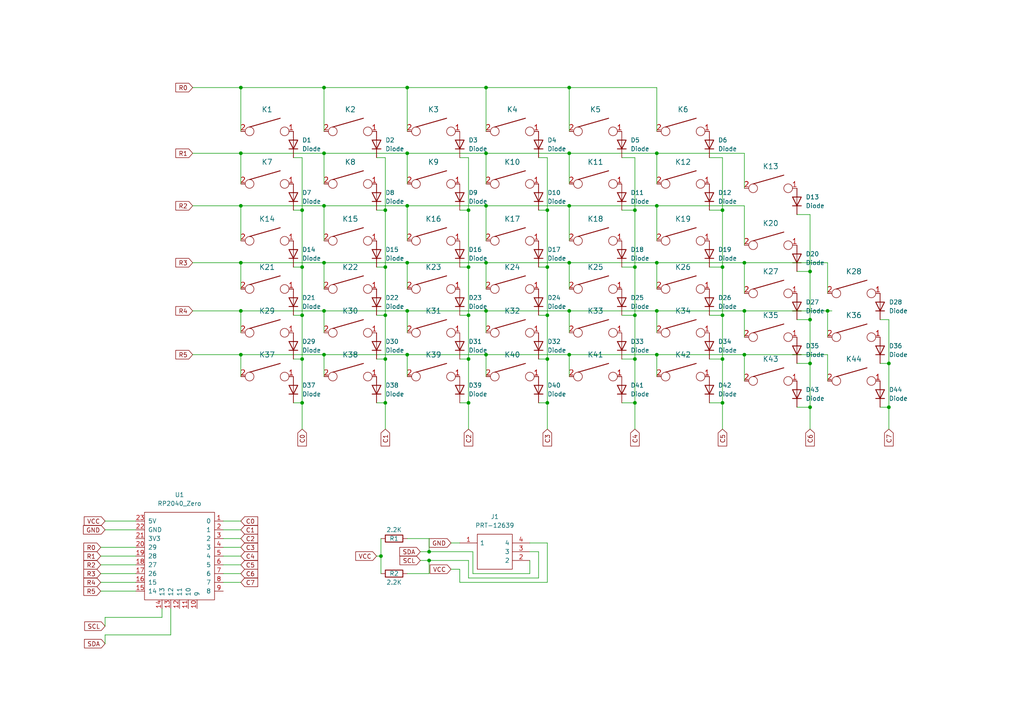
<source format=kicad_sch>
(kicad_sch (version 20230121) (generator eeschema)
  (paper "A4")
  (title_block (title "vbdox") (rev "v27") (company "VB inc."))
  (lib_symbols
    (symbol "Device:R" (pin_numbers hide) (pin_names (offset 0))
      (property "Reference" "R" (at 2.032 0 90))
      (property "Value" "R" (at 0 0 90))
      (symbol "R_0_1"
        (rectangle (start -1.016 -2.54) (end 1.016 2.54) (stroke (width 0.254)))
      )
      (symbol "R_1_1"
        (pin passive line (at 0 3.81 270) (length 1.27) (name "~") (number "1"))
        (pin passive line (at 0 -3.81 90) (length 1.27) (name "~") (number "2"))
      )
    )
    (symbol "Kailh_socket_MX_reversible:KEYSW" (pin_names (offset 1.016))
      (property "Reference" "K7" (at 0 5.08 0))
      (symbol "KEYSW_0_1"
        (circle (center -5.08 0) (radius 1.27))
        (polyline (pts (xy -5.08 1.27) (xy 3.81 3.81)) (stroke (width 0.254)))
        (circle (center 5.08 0) (radius 1.27))
      )
      (symbol "KEYSW_1_1"
        (pin passive line (at 7.62 0 180) (length 1.27) (name "~") (number "1"))
        (pin passive line (at -7.62 0 0) (length 1.27) (name "~") (number "2"))
      )
    )
    (symbol "PRT-12639:PRT-12639" (pin_names (offset 0.762))
      (property "Reference" "J" (at 16.51 7.62 0))
      (property "Value" "PRT-12639" (at 16.51 5.08 0))
      (symbol "PRT-12639_0_0"
        (pin passive line (at 0 0 0) (length 5.08) (name "1") (number "1"))
        (pin passive line (at 20.32 -5.08 180) (length 5.08) (name "2") (number "2"))
        (pin passive line (at 20.32 -2.54 180) (length 5.08) (name "3") (number "3"))
        (pin passive line (at 20.32 0 180) (length 5.08) (name "4") (number "4"))
      )
      (symbol "PRT-12639_0_1"
        (polyline (pts (xy 5.08 2.54) (xy 15.24 2.54) (xy 15.24 -7.62) (xy 5.08 -7.62) (xy 5.08 2.54)) (stroke (width 0.1524)))
      )
    )
    (symbol "ScottoKeebs:MCU_RP2040_Zero" (pin_names (offset 1.016))
      (property "Reference" "U" (at 0 15.24 0))
      (property "Value" "RP2040_Zero" (at 0 12.7 0))
      (symbol "MCU_RP2040_Zero_0_1"
        (rectangle (start -10.16 11.43) (end 10.16 -13.97))
      )
      (symbol "MCU_RP2040_Zero_1_1"
        (pin bidirectional line (at 12.7 8.89 180) (length 2.54) (name "0") (number "1"))
        (pin bidirectional line (at 5.08 -16.51 90) (length 2.54) (name "9") (number "10"))
        (pin bidirectional line (at 2.54 -16.51 90) (length 2.54) (name "10") (number "11"))
        (pin bidirectional line (at 0 -16.51 90) (length 2.54) (name "11") (number "12"))
        (pin bidirectional line (at -2.54 -16.51 90) (length 2.54) (name "12") (number "13"))
        (pin bidirectional line (at -5.08 -16.51 90) (length 2.54) (name "13") (number "14"))
        (pin bidirectional line (at -12.7 -11.43 0) (length 2.54) (name "14") (number "15"))
        (pin bidirectional line (at -12.7 -8.89 0) (length 2.54) (name "15") (number "16"))
        (pin bidirectional line (at -12.7 -6.35 0) (length 2.54) (name "26") (number "17"))
        (pin bidirectional line (at -12.7 -3.81 0) (length 2.54) (name "27") (number "18"))
        (pin bidirectional line (at -12.7 -1.27 0) (length 2.54) (name "28") (number "19"))
        (pin bidirectional line (at 12.7 6.35 180) (length 2.54) (name "1") (number "2"))
        (pin bidirectional line (at -12.7 1.27 0) (length 2.54) (name "29") (number "20"))
        (pin power_out line (at -12.7 3.81 0) (length 2.54) (name "3V3") (number "21"))
        (pin power_out line (at -12.7 6.35 0) (length 2.54) (name "GND") (number "22"))
        (pin power_out line (at -12.7 8.89 0) (length 2.54) (name "5V") (number "23"))
        (pin bidirectional line (at 12.7 3.81 180) (length 2.54) (name "2") (number "3"))
        (pin bidirectional line (at 12.7 1.27 180) (length 2.54) (name "3") (number "4"))
        (pin bidirectional line (at 12.7 -1.27 180) (length 2.54) (name "4") (number "5"))
        (pin bidirectional line (at 12.7 -3.81 180) (length 2.54) (name "5") (number "6"))
        (pin bidirectional line (at 12.7 -6.35 180) (length 2.54) (name "6") (number "7"))
        (pin bidirectional line (at 12.7 -8.89 180) (length 2.54) (name "7") (number "8"))
        (pin bidirectional line (at 12.7 -11.43 180) (length 2.54) (name "8") (number "9"))
      )
    )
    (symbol "ScottoKeebs:Placeholder_Diode" (pin_numbers hide) (pin_names hide)
      (property "Reference" "D" (at 0 2.54 0))
      (property "Value" "Diode" (at 0 -2.54 0))
      (symbol "Placeholder_Diode_0_1"
        (polyline (pts (xy -1.27 1.27) (xy -1.27 -1.27)) (stroke (width 0.254)))
        (polyline (pts (xy 1.27 0) (xy -1.27 0)))
        (polyline (pts (xy 1.27 1.27) (xy 1.27 -1.27) (xy -1.27 0) (xy 1.27 1.27)) (stroke (width 0.254)))
      )
      (symbol "Placeholder_Diode_1_1"
        (pin passive line (at -3.81 0 0) (length 2.54) (name "K") (number "1"))
        (pin passive line (at 3.81 0 180) (length 2.54) (name "A") (number "2"))
      )
    )
  )
  (junction (at 209.55 77.47))
  (junction (at 140.97 25.4))
  (junction (at 209.55 104.14))
  (junction (at 135.89 116.84))
  (junction (at 184.15 116.84))
  (junction (at 135.89 91.44))
  (junction (at 257.81 105.41))
  (junction (at 184.15 77.47))
  (junction (at 234.95 118.11))
  (junction (at 158.75 77.47))
  (junction (at 165.1 59.69))
  (junction (at 69.85 59.69))
  (junction (at 118.11 25.4))
  (junction (at 111.76 91.44))
  (junction (at 165.1 25.4))
  (junction (at 190.5 44.45))
  (junction (at 240.03 90.17))
  (junction (at 184.15 91.44))
  (junction (at 190.5 90.17))
  (junction (at 158.75 60.96))
  (junction (at 165.1 90.17))
  (junction (at 215.9 102.87))
  (junction (at 184.15 104.14))
  (junction (at 135.89 77.47))
  (junction (at 111.76 60.96))
  (junction (at 69.85 76.2))
  (junction (at 110.49 161.29))
  (junction (at 87.63 91.44))
  (junction (at 118.11 76.2))
  (junction (at 190.5 102.87))
  (junction (at 140.97 59.69))
  (junction (at 135.89 60.96))
  (junction (at 190.5 59.69))
  (junction (at 257.81 118.11))
  (junction (at 234.95 105.41))
  (junction (at 93.98 59.69))
  (junction (at 93.98 44.45))
  (junction (at 118.11 102.87))
  (junction (at 87.63 77.47))
  (junction (at 69.85 25.4))
  (junction (at 93.98 90.17))
  (junction (at 140.97 76.2))
  (junction (at 111.76 104.14))
  (junction (at 165.1 102.87))
  (junction (at 93.98 76.2))
  (junction (at 69.85 44.45))
  (junction (at 209.55 91.44))
  (junction (at 111.76 116.84))
  (junction (at 140.97 102.87))
  (junction (at 209.55 60.96))
  (junction (at 69.85 90.17))
  (junction (at 215.9 90.17))
  (junction (at 69.85 102.87))
  (junction (at 111.76 77.47))
  (junction (at 87.63 104.14))
  (junction (at 158.75 104.14))
  (junction (at 93.98 102.87))
  (junction (at 87.63 116.84))
  (junction (at 184.15 60.96))
  (junction (at 124.46 160.02))
  (junction (at 93.98 25.4))
  (junction (at 118.11 44.45))
  (junction (at 209.55 116.84))
  (junction (at 165.1 44.45))
  (junction (at 234.95 78.74))
  (junction (at 158.75 91.44))
  (junction (at 234.95 92.71))
  (junction (at 124.46 162.56))
  (junction (at 87.63 60.96))
  (junction (at 190.5 76.2))
  (junction (at 165.1 76.2))
  (junction (at 158.75 116.84))
  (junction (at 118.11 59.69))
  (junction (at 135.89 104.14))
  (junction (at 118.11 90.17))
  (junction (at 140.97 90.17))
  (junction (at 140.97 44.45))
  (junction (at 215.9 76.2))
  (wire (pts (xy 180.34 60.96) (xy 184.15 60.96)))
  (wire (pts (xy 234.95 92.71) (xy 234.95 105.41)))
  (wire (pts (xy 93.98 25.4) (xy 118.11 25.4)))
  (wire (pts (xy 215.9 44.45) (xy 215.9 54.61)))
  (wire (pts (xy 165.1 69.85) (xy 165.1 59.69)))
  (wire (pts (xy 69.85 102.87) (xy 93.98 102.87)))
  (wire (pts (xy 133.35 60.96) (xy 135.89 60.96)))
  (wire (pts (xy 49.53 184.15) (xy 49.53 176.53)))
  (wire (pts (xy 29.21 161.29) (xy 39.37 161.29)))
  (wire (pts (xy 205.74 60.96) (xy 209.55 60.96)))
  (wire (pts (xy 209.55 116.84) (xy 209.55 124.46)))
  (wire (pts (xy 69.85 25.4) (xy 93.98 25.4)))
  (wire (pts (xy 140.97 102.87) (xy 165.1 102.87)))
  (wire (pts (xy 118.11 156.21) (xy 124.46 156.21)))
  (wire (pts (xy 85.09 104.14) (xy 87.63 104.14)))
  (wire (pts (xy 205.74 104.14) (xy 209.55 104.14)))
  (wire (pts (xy 29.21 171.45) (xy 39.37 171.45)))
  (wire (pts (xy 257.81 105.41) (xy 257.81 118.11)))
  (wire (pts (xy 209.55 91.44) (xy 209.55 104.14)))
  (wire (pts (xy 93.98 53.34) (xy 93.98 44.45)))
  (wire (pts (xy 135.89 91.44) (xy 135.89 104.14)))
  (wire (pts (xy 118.11 76.2) (xy 118.11 83.82)))
  (wire (pts (xy 156.21 60.96) (xy 158.75 60.96)))
  (wire (pts (xy 69.85 96.52) (xy 69.85 90.17)))
  (wire (pts (xy 209.55 60.96) (xy 209.55 77.47)))
  (wire (pts (xy 135.89 162.56) (xy 135.89 167.64)))
  (wire (pts (xy 205.74 45.72) (xy 209.55 45.72)))
  (wire (pts (xy 205.74 77.47) (xy 209.55 77.47)))
  (wire (pts (xy 30.48 179.07) (xy 46.99 179.07)))
  (wire (pts (xy 133.35 77.47) (xy 135.89 77.47)))
  (wire (pts (xy 30.48 181.61) (xy 30.48 179.07)))
  (wire (pts (xy 121.92 162.56) (xy 124.46 162.56)))
  (wire (pts (xy 165.1 83.82) (xy 165.1 76.2)))
  (wire (pts (xy 118.11 59.69) (xy 118.11 69.85)))
  (wire (pts (xy 231.14 78.74) (xy 234.95 78.74)))
  (wire (pts (xy 135.89 77.47) (xy 135.89 91.44)))
  (wire (pts (xy 158.75 168.91) (xy 158.75 157.48)))
  (wire (pts (xy 158.75 157.48) (xy 153.67 157.48)))
  (wire (pts (xy 55.88 44.45) (xy 69.85 44.45)))
  (wire (pts (xy 190.5 90.17) (xy 215.9 90.17)))
  (wire (pts (xy 69.85 102.87) (xy 69.85 109.22)))
  (wire (pts (xy 180.34 45.72) (xy 184.15 45.72)))
  (wire (pts (xy 118.11 25.4) (xy 118.11 38.1)))
  (wire (pts (xy 55.88 90.17) (xy 69.85 90.17)))
  (wire (pts (xy 135.89 45.72) (xy 135.89 60.96)))
  (wire (pts (xy 158.75 77.47) (xy 158.75 91.44)))
  (wire (pts (xy 135.89 104.14) (xy 135.89 116.84)))
  (wire (pts (xy 156.21 91.44) (xy 158.75 91.44)))
  (wire (pts (xy 109.22 60.96) (xy 111.76 60.96)))
  (wire (pts (xy 140.97 76.2) (xy 165.1 76.2)))
  (wire (pts (xy 111.76 60.96) (xy 111.76 77.47)))
  (wire (pts (xy 109.22 45.72) (xy 111.76 45.72)))
  (wire (pts (xy 153.67 166.37) (xy 153.67 162.56)))
  (wire (pts (xy 215.9 59.69) (xy 215.9 71.12)))
  (wire (pts (xy 118.11 90.17) (xy 140.97 90.17)))
  (wire (pts (xy 124.46 166.37) (xy 124.46 162.56)))
  (wire (pts (xy 205.74 116.84) (xy 209.55 116.84)))
  (wire (pts (xy 140.97 109.22) (xy 140.97 102.87)))
  (wire (pts (xy 234.95 105.41) (xy 234.95 118.11)))
  (wire (pts (xy 234.95 78.74) (xy 234.95 92.71)))
  (wire (pts (xy 93.98 76.2) (xy 118.11 76.2)))
  (wire (pts (xy 111.76 91.44) (xy 111.76 104.14)))
  (wire (pts (xy 118.11 102.87) (xy 140.97 102.87)))
  (wire (pts (xy 133.35 165.1) (xy 133.35 168.91)))
  (wire (pts (xy 124.46 162.56) (xy 135.89 162.56)))
  (wire (pts (xy 165.1 90.17) (xy 165.1 96.52)))
  (wire (pts (xy 135.89 167.64) (xy 156.21 167.64)))
  (wire (pts (xy 158.75 116.84) (xy 158.75 124.46)))
  (wire (pts (xy 69.85 153.67) (xy 64.77 153.67)))
  (wire (pts (xy 118.11 44.45) (xy 140.97 44.45)))
  (wire (pts (xy 165.1 90.17) (xy 190.5 90.17)))
  (wire (pts (xy 69.85 156.21) (xy 64.77 156.21)))
  (wire (pts (xy 109.22 91.44) (xy 111.76 91.44)))
  (wire (pts (xy 140.97 59.69) (xy 165.1 59.69)))
  (wire (pts (xy 85.09 91.44) (xy 87.63 91.44)))
  (wire (pts (xy 190.5 59.69) (xy 215.9 59.69)))
  (wire (pts (xy 85.09 77.47) (xy 87.63 77.47)))
  (wire (pts (xy 87.63 116.84) (xy 87.63 124.46)))
  (wire (pts (xy 257.81 118.11) (xy 257.81 124.46)))
  (wire (pts (xy 93.98 102.87) (xy 118.11 102.87)))
  (wire (pts (xy 55.88 59.69) (xy 69.85 59.69)))
  (wire (pts (xy 215.9 76.2) (xy 215.9 85.09)))
  (wire (pts (xy 190.5 102.87) (xy 215.9 102.87)))
  (wire (pts (xy 184.15 104.14) (xy 184.15 116.84)))
  (wire (pts (xy 156.21 104.14) (xy 158.75 104.14)))
  (wire (pts (xy 156.21 116.84) (xy 158.75 116.84)))
  (wire (pts (xy 190.5 76.2) (xy 215.9 76.2)))
  (wire (pts (xy 156.21 160.02) (xy 153.67 160.02)))
  (wire (pts (xy 156.21 45.72) (xy 158.75 45.72)))
  (wire (pts (xy 140.97 25.4) (xy 165.1 25.4)))
  (wire (pts (xy 124.46 160.02) (xy 137.16 160.02)))
  (wire (pts (xy 118.11 25.4) (xy 140.97 25.4)))
  (wire (pts (xy 158.75 104.14) (xy 158.75 116.84)))
  (wire (pts (xy 140.97 53.34) (xy 140.97 44.45)))
  (wire (pts (xy 118.11 166.37) (xy 124.46 166.37)))
  (wire (pts (xy 130.81 165.1) (xy 133.35 165.1)))
  (wire (pts (xy 180.34 116.84) (xy 184.15 116.84)))
  (wire (pts (xy 30.48 153.67) (xy 39.37 153.67)))
  (wire (pts (xy 231.14 105.41) (xy 234.95 105.41)))
  (wire (pts (xy 69.85 59.69) (xy 93.98 59.69)))
  (wire (pts (xy 69.85 163.83) (xy 64.77 163.83)))
  (wire (pts (xy 130.81 157.48) (xy 133.35 157.48)))
  (wire (pts (xy 118.11 53.34) (xy 118.11 44.45)))
  (wire (pts (xy 69.85 151.13) (xy 64.77 151.13)))
  (wire (pts (xy 133.35 104.14) (xy 135.89 104.14)))
  (wire (pts (xy 29.21 166.37) (xy 39.37 166.37)))
  (wire (pts (xy 137.16 166.37) (xy 153.67 166.37)))
  (wire (pts (xy 240.03 90.17) (xy 241.3 90.17)))
  (wire (pts (xy 69.85 90.17) (xy 93.98 90.17)))
  (wire (pts (xy 158.75 60.96) (xy 158.75 77.47)))
  (wire (pts (xy 184.15 116.84) (xy 184.15 124.46)))
  (wire (pts (xy 135.89 60.96) (xy 135.89 77.47)))
  (wire (pts (xy 30.48 151.13) (xy 39.37 151.13)))
  (wire (pts (xy 69.85 168.91) (xy 64.77 168.91)))
  (wire (pts (xy 118.11 76.2) (xy 140.97 76.2)))
  (wire (pts (xy 118.11 96.52) (xy 118.11 90.17)))
  (wire (pts (xy 69.85 158.75) (xy 64.77 158.75)))
  (wire (pts (xy 87.63 60.96) (xy 87.63 77.47)))
  (wire (pts (xy 190.5 109.22) (xy 190.5 102.87)))
  (wire (pts (xy 111.76 116.84) (xy 109.22 116.84)))
  (wire (pts (xy 215.9 102.87) (xy 240.03 102.87)))
  (wire (pts (xy 121.92 160.02) (xy 124.46 160.02)))
  (wire (pts (xy 140.97 25.4) (xy 140.97 38.1)))
  (wire (pts (xy 180.34 77.47) (xy 184.15 77.47)))
  (wire (pts (xy 135.89 116.84) (xy 135.89 124.46)))
  (wire (pts (xy 165.1 76.2) (xy 190.5 76.2)))
  (wire (pts (xy 184.15 77.47) (xy 184.15 91.44)))
  (wire (pts (xy 87.63 77.47) (xy 87.63 91.44)))
  (wire (pts (xy 158.75 91.44) (xy 158.75 104.14)))
  (wire (pts (xy 234.95 62.23) (xy 234.95 78.74)))
  (wire (pts (xy 215.9 97.79) (xy 215.9 90.17)))
  (wire (pts (xy 140.97 90.17) (xy 165.1 90.17)))
  (wire (pts (xy 165.1 59.69) (xy 190.5 59.69)))
  (wire (pts (xy 165.1 109.22) (xy 165.1 102.87)))
  (wire (pts (xy 93.98 59.69) (xy 118.11 59.69)))
  (wire (pts (xy 69.85 38.1) (xy 69.85 25.4)))
  (wire (pts (xy 140.97 83.82) (xy 140.97 76.2)))
  (wire (pts (xy 30.48 184.15) (xy 49.53 184.15)))
  (wire (pts (xy 29.21 158.75) (xy 39.37 158.75)))
  (wire (pts (xy 140.97 69.85) (xy 140.97 59.69)))
  (wire (pts (xy 69.85 166.37) (xy 64.77 166.37)))
  (wire (pts (xy 156.21 77.47) (xy 158.75 77.47)))
  (wire (pts (xy 231.14 92.71) (xy 234.95 92.71)))
  (wire (pts (xy 69.85 44.45) (xy 93.98 44.45)))
  (wire (pts (xy 109.22 161.29) (xy 110.49 161.29)))
  (wire (pts (xy 111.76 104.14) (xy 111.76 116.84)))
  (wire (pts (xy 87.63 91.44) (xy 87.63 104.14)))
  (wire (pts (xy 190.5 90.17) (xy 190.5 96.52)))
  (wire (pts (xy 110.49 161.29) (xy 110.49 166.37)))
  (wire (pts (xy 85.09 45.72) (xy 87.63 45.72)))
  (wire (pts (xy 135.89 116.84) (xy 133.35 116.84)))
  (wire (pts (xy 69.85 53.34) (xy 69.85 44.45)))
  (wire (pts (xy 240.03 76.2) (xy 240.03 85.09)))
  (wire (pts (xy 180.34 91.44) (xy 184.15 91.44)))
  (wire (pts (xy 158.75 45.72) (xy 158.75 60.96)))
  (wire (pts (xy 137.16 160.02) (xy 137.16 166.37)))
  (wire (pts (xy 180.34 104.14) (xy 184.15 104.14)))
  (wire (pts (xy 69.85 83.82) (xy 69.85 76.2)))
  (wire (pts (xy 140.97 90.17) (xy 140.97 96.52)))
  (wire (pts (xy 257.81 105.41) (xy 255.27 105.41)))
  (wire (pts (xy 215.9 110.49) (xy 215.9 102.87)))
  (wire (pts (xy 205.74 91.44) (xy 209.55 91.44)))
  (wire (pts (xy 231.14 118.11) (xy 234.95 118.11)))
  (wire (pts (xy 109.22 77.47) (xy 111.76 77.47)))
  (wire (pts (xy 190.5 76.2) (xy 190.5 83.82)))
  (wire (pts (xy 156.21 167.64) (xy 156.21 160.02)))
  (wire (pts (xy 165.1 25.4) (xy 190.5 25.4)))
  (wire (pts (xy 184.15 60.96) (xy 184.15 77.47)))
  (wire (pts (xy 184.15 45.72) (xy 184.15 60.96)))
  (wire (pts (xy 190.5 25.4) (xy 190.5 38.1)))
  (wire (pts (xy 110.49 161.29) (xy 110.49 156.21)))
  (wire (pts (xy 209.55 104.14) (xy 209.55 116.84)))
  (wire (pts (xy 190.5 69.85) (xy 190.5 59.69)))
  (wire (pts (xy 85.09 60.96) (xy 87.63 60.96)))
  (wire (pts (xy 133.35 168.91) (xy 158.75 168.91)))
  (wire (pts (xy 231.14 62.23) (xy 234.95 62.23)))
  (wire (pts (xy 215.9 90.17) (xy 240.03 90.17)))
  (wire (pts (xy 69.85 161.29) (xy 64.77 161.29)))
  (wire (pts (xy 165.1 102.87) (xy 190.5 102.87)))
  (wire (pts (xy 55.88 25.4) (xy 69.85 25.4)))
  (wire (pts (xy 133.35 45.72) (xy 135.89 45.72)))
  (wire (pts (xy 93.98 44.45) (xy 118.11 44.45)))
  (wire (pts (xy 93.98 96.52) (xy 93.98 90.17)))
  (wire (pts (xy 255.27 92.71) (xy 257.81 92.71)))
  (wire (pts (xy 29.21 163.83) (xy 39.37 163.83)))
  (wire (pts (xy 209.55 77.47) (xy 209.55 91.44)))
  (wire (pts (xy 165.1 44.45) (xy 190.5 44.45)))
  (wire (pts (xy 190.5 44.45) (xy 215.9 44.45)))
  (wire (pts (xy 69.85 69.85) (xy 69.85 59.69)))
  (wire (pts (xy 111.76 45.72) (xy 111.76 60.96)))
  (wire (pts (xy 118.11 109.22) (xy 118.11 102.87)))
  (wire (pts (xy 93.98 102.87) (xy 93.98 109.22)))
  (wire (pts (xy 257.81 92.71) (xy 257.81 105.41)))
  (wire (pts (xy 111.76 116.84) (xy 111.76 124.46)))
  (wire (pts (xy 69.85 76.2) (xy 93.98 76.2)))
  (wire (pts (xy 209.55 45.72) (xy 209.55 60.96)))
  (wire (pts (xy 93.98 90.17) (xy 118.11 90.17)))
  (wire (pts (xy 118.11 59.69) (xy 140.97 59.69)))
  (wire (pts (xy 140.97 44.45) (xy 165.1 44.45)))
  (wire (pts (xy 93.98 25.4) (xy 93.98 38.1)))
  (wire (pts (xy 93.98 83.82) (xy 93.98 76.2)))
  (wire (pts (xy 165.1 38.1) (xy 165.1 25.4)))
  (wire (pts (xy 133.35 91.44) (xy 135.89 91.44)))
  (wire (pts (xy 240.03 90.17) (xy 240.03 97.79)))
  (wire (pts (xy 87.63 45.72) (xy 87.63 60.96)))
  (wire (pts (xy 87.63 104.14) (xy 87.63 116.84)))
  (wire (pts (xy 30.48 186.69) (xy 30.48 184.15)))
  (wire (pts (xy 55.88 102.87) (xy 69.85 102.87)))
  (wire (pts (xy 184.15 91.44) (xy 184.15 104.14)))
  (wire (pts (xy 29.21 168.91) (xy 39.37 168.91)))
  (wire (pts (xy 46.99 179.07) (xy 46.99 176.53)))
  (wire (pts (xy 234.95 118.11) (xy 234.95 124.46)))
  (wire (pts (xy 240.03 102.87) (xy 240.03 110.49)))
  (wire (pts (xy 109.22 104.14) (xy 111.76 104.14)))
  (wire (pts (xy 87.63 116.84) (xy 85.09 116.84)))
  (wire (pts (xy 255.27 118.11) (xy 257.81 118.11)))
  (wire (pts (xy 124.46 156.21) (xy 124.46 160.02)))
  (wire (pts (xy 111.76 77.47) (xy 111.76 91.44)))
  (wire (pts (xy 190.5 53.34) (xy 190.5 44.45)))
  (wire (pts (xy 165.1 53.34) (xy 165.1 44.45)))
  (wire (pts (xy 215.9 76.2) (xy 240.03 76.2)))
  (wire (pts (xy 93.98 69.85) (xy 93.98 59.69)))
  (wire (pts (xy 55.88 76.2) (xy 69.85 76.2)))
  (global_label "C1" (shape input) (at 111.76 124.46 270) (property "Intersheetrefs" "${INTERSHEET_REFS}" (effects hide)))
  (global_label "R1" (shape input) (at 55.88 44.45 180) (property "Intersheetrefs" "${INTERSHEET_REFS}" (effects hide)))
  (global_label "GND" (shape input) (at 130.81 157.48 180) (property "Intersheetrefs" "${INTERSHEET_REFS}" (effects hide)))
  (global_label "C6" (shape input) (at 234.95 124.46 270) (property "Intersheetrefs" "${INTERSHEET_REFS}" (effects hide)))
  (global_label "C4" (shape input) (at 184.15 124.46 270) (property "Intersheetrefs" "${INTERSHEET_REFS}" (effects hide)))
  (global_label "R0" (shape input) (at 29.21 158.75 180) (property "Intersheetrefs" "${INTERSHEET_REFS}" (effects hide)))
  (global_label "VCC" (shape input) (at 30.48 151.13 180) (property "Intersheetrefs" "${INTERSHEET_REFS}" (effects hide)))
  (global_label "R3" (shape input) (at 55.88 76.2 180) (property "Intersheetrefs" "${INTERSHEET_REFS}" (effects hide)))
  (global_label "SCL" (shape input) (at 30.48 181.61 180) (property "Intersheetrefs" "${INTERSHEET_REFS}" (effects hide)))
  (global_label "R1" (shape input) (at 29.21 161.29 180) (property "Intersheetrefs" "${INTERSHEET_REFS}" (effects hide)))
  (global_label "R3" (shape input) (at 29.21 166.37 180) (property "Intersheetrefs" "${INTERSHEET_REFS}" (effects hide)))
  (global_label "R0" (shape input) (at 55.88 25.4 180) (property "Intersheetrefs" "${INTERSHEET_REFS}" (effects hide)))
  (global_label "C6" (shape input) (at 69.85 166.37 0) (property "Intersheetrefs" "${INTERSHEET_REFS}" (effects hide)))
  (global_label "R5" (shape input) (at 55.88 102.87 180) (property "Intersheetrefs" "${INTERSHEET_REFS}" (effects hide)))
  (global_label "C5" (shape input) (at 209.55 124.46 270) (property "Intersheetrefs" "${INTERSHEET_REFS}" (effects hide)))
  (global_label "C2" (shape input) (at 135.89 124.46 270) (property "Intersheetrefs" "${INTERSHEET_REFS}" (effects hide)))
  (global_label "SCL" (shape input) (at 121.92 162.56 180) (property "Intersheetrefs" "${INTERSHEET_REFS}" (effects hide)))
  (global_label "C7" (shape input) (at 257.81 124.46 270) (property "Intersheetrefs" "${INTERSHEET_REFS}" (effects hide)))
  (global_label "VCC" (shape input) (at 109.22 161.29 180) (property "Intersheetrefs" "${INTERSHEET_REFS}" (effects hide)))
  (global_label "SDA" (shape input) (at 121.92 160.02 180) (property "Intersheetrefs" "${INTERSHEET_REFS}" (effects hide)))
  (global_label "R5" (shape input) (at 29.21 171.45 180) (property "Intersheetrefs" "${INTERSHEET_REFS}" (effects hide)))
  (global_label "C5" (shape input) (at 69.85 163.83 0) (property "Intersheetrefs" "${INTERSHEET_REFS}" (effects hide)))
  (global_label "C3" (shape input) (at 69.85 158.75 0) (property "Intersheetrefs" "${INTERSHEET_REFS}" (effects hide)))
  (global_label "C3" (shape input) (at 158.75 124.46 270) (property "Intersheetrefs" "${INTERSHEET_REFS}" (effects hide)))
  (global_label "C2" (shape input) (at 69.85 156.21 0) (property "Intersheetrefs" "${INTERSHEET_REFS}" (effects hide)))
  (global_label "R4" (shape input) (at 55.88 90.17 180) (property "Intersheetrefs" "${INTERSHEET_REFS}" (effects hide)))
  (global_label "C0" (shape input) (at 87.63 124.46 270) (property "Intersheetrefs" "${INTERSHEET_REFS}" (effects hide)))
  (global_label "R2" (shape input) (at 55.88 59.69 180) (property "Intersheetrefs" "${INTERSHEET_REFS}" (effects hide)))
  (global_label "C4" (shape input) (at 69.85 161.29 0) (property "Intersheetrefs" "${INTERSHEET_REFS}" (effects hide)))
  (global_label "C1" (shape input) (at 69.85 153.67 0) (property "Intersheetrefs" "${INTERSHEET_REFS}" (effects hide)))
  (global_label "R2" (shape input) (at 29.21 163.83 180) (property "Intersheetrefs" "${INTERSHEET_REFS}" (effects hide)))
  (global_label "C0" (shape input) (at 69.85 151.13 0) (property "Intersheetrefs" "${INTERSHEET_REFS}" (effects hide)))
  (global_label "VCC" (shape input) (at 130.81 165.1 180) (property "Intersheetrefs" "${INTERSHEET_REFS}" (effects hide)))
  (global_label "R4" (shape input) (at 29.21 168.91 180) (property "Intersheetrefs" "${INTERSHEET_REFS}" (effects hide)))
  (global_label "GND" (shape input) (at 30.48 153.67 180) (property "Intersheetrefs" "${INTERSHEET_REFS}" (effects hide)))
  (global_label "SDA" (shape input) (at 30.48 186.69 180) (property "Intersheetrefs" "${INTERSHEET_REFS}" (effects hide)))
  (global_label "C7" (shape input) (at 69.85 168.91 0) (property "Intersheetrefs" "${INTERSHEET_REFS}" (effects hide)))
  (symbol (lib_id "ScottoKeebs:Placeholder_Diode") (at 109.22 41.91 90) (unit 1)
    (property "Reference" "D2" (at 111.76 40.64 90) (effects (justify right)))
    (property "Value" "Diode" (at 111.76 43.18 90) (effects (justify right)))
    (property "Footprint" "ScottoKeebs_Components:Diode_DO-35" (effects hide))
    (property "Sim.Device" "D" (effects hide))
    (property "Sim.Pins" "1=K 2=A" (effects hide))
  )
  (symbol (lib_id "ScottoKeebs:Placeholder_Diode") (at 180.34 41.91 90) (unit 1)
    (property "Reference" "D5" (at 182.88 40.64 90) (effects (justify right)))
    (property "Value" "Diode" (at 182.88 43.18 90) (effects (justify right)))
    (property "Footprint" "ScottoKeebs_Components:Diode_DO-35" (effects hide))
    (property "Sim.Device" "D" (effects hide))
    (property "Sim.Pins" "1=K 2=A" (effects hide))
  )
  (symbol (lib_id "ScottoKeebs:Placeholder_Diode") (at 133.35 100.33 90) (unit 1)
    (property "Reference" "D31" (at 135.89 99.06 90) (effects (justify right)))
    (property "Value" "Diode" (at 135.89 101.6 90) (effects (justify right)))
    (property "Footprint" "ScottoKeebs_Components:Diode_DO-35" (effects hide))
    (property "Sim.Device" "D" (effects hide))
    (property "Sim.Pins" "1=K 2=A" (effects hide))
  )
  (symbol (lib_id "ScottoKeebs:Placeholder_Diode") (at 85.09 87.63 90) (unit 1)
    (property "Reference" "D21" (at 87.63 86.36 90) (effects (justify right)))
    (property "Value" "Diode" (at 87.63 88.9 90) (effects (justify right)))
    (property "Footprint" "ScottoKeebs_Components:Diode_DO-35" (effects hide))
    (property "Sim.Device" "D" (effects hide))
    (property "Sim.Pins" "1=K 2=A" (effects hide))
  )
  (symbol (lib_id "ScottoKeebs:Placeholder_Diode") (at 156.21 100.33 90) (unit 1)
    (property "Reference" "D32" (at 158.75 99.06 90) (effects (justify right)))
    (property "Value" "Diode" (at 158.75 101.6 90) (effects (justify right)))
    (property "Footprint" "ScottoKeebs_Components:Diode_DO-35" (effects hide))
    (property "Sim.Device" "D" (effects hide))
    (property "Sim.Pins" "1=K 2=A" (effects hide))
  )
  (symbol (lib_id "ScottoKeebs:Placeholder_Diode") (at 156.21 113.03 90) (unit 1)
    (property "Reference" "D40" (at 158.75 111.76 90) (effects (justify right)))
    (property "Value" "Diode" (at 158.75 114.3 90) (effects (justify right)))
    (property "Footprint" "ScottoKeebs_Components:Diode_DO-35" (effects hide))
    (property "Sim.Device" "D" (effects hide))
    (property "Sim.Pins" "1=K 2=A" (effects hide))
  )
  (symbol (lib_id "Kailh_socket_MX_reversible:KEYSW") (at 101.6 38.1 0) (unit 1)
    (property "Reference" "K2" (at 101.6 31.75 0) (effects (font (size 1.524 1.524))))
    (property "Value" "KEYSW" (effects hide))
    (property "Footprint" "vbdox:Kailh_MX_Socket_reversible" (effects hide))
  )
  (symbol (lib_id "Kailh_socket_MX_reversible:KEYSW") (at 77.47 38.1 0) (unit 1)
    (property "Reference" "K1" (at 77.47 31.75 0) (effects (font (size 1.524 1.524))))
    (property "Value" "KEYSW" (effects hide))
    (property "Footprint" "vbdox:Kailh_MX_Socket_reversible" (effects hide))
  )
  (symbol (lib_id "ScottoKeebs:Placeholder_Diode") (at 133.35 57.15 90) (unit 1)
    (property "Reference" "D9" (at 135.89 55.88 90) (effects (justify right)))
    (property "Value" "Diode" (at 135.89 58.42 90) (effects (justify right)))
    (property "Footprint" "ScottoKeebs_Components:Diode_DO-35" (effects hide))
    (property "Sim.Device" "D" (effects hide))
    (property "Sim.Pins" "1=K 2=A" (effects hide))
  )
  (symbol (lib_id "Kailh_socket_MX_reversible:KEYSW") (at 148.59 53.34 0) (unit 1)
    (property "Reference" "K10" (at 148.59 46.99 0) (effects (font (size 1.524 1.524))))
    (property "Value" "KEYSW" (effects hide))
    (property "Footprint" "vbdox:Kailh_MX_Socket_reversible" (effects hide))
  )
  (symbol (lib_id "ScottoKeebs:Placeholder_Diode") (at 180.34 57.15 90) (unit 1)
    (property "Reference" "D11" (at 182.88 55.88 90) (effects (justify right)))
    (property "Value" "Diode" (at 182.88 58.42 90) (effects (justify right)))
    (property "Footprint" "ScottoKeebs_Components:Diode_DO-35" (effects hide))
    (property "Sim.Device" "D" (effects hide))
    (property "Sim.Pins" "1=K 2=A" (effects hide))
  )
  (symbol (lib_id "Kailh_socket_MX_reversible:KEYSW") (at 148.59 83.82 0) (unit 1)
    (property "Reference" "K24" (at 148.59 77.47 0) (effects (font (size 1.524 1.524))))
    (property "Value" "KEYSW" (effects hide))
    (property "Footprint" "vbdox:Kailh_MX_Socket_reversible" (effects hide))
  )
  (symbol (lib_id "Kailh_socket_MX_reversible:KEYSW") (at 172.72 96.52 0) (unit 1)
    (property "Reference" "K33" (at 172.72 90.17 0) (effects (font (size 1.524 1.524))))
    (property "Value" "KEYSW" (effects hide))
    (property "Footprint" "vbdox:Kailh_MX_Socket_reversible" (effects hide))
  )
  (symbol (lib_id "Kailh_socket_MX_reversible:KEYSW") (at 101.6 109.22 0) (unit 1)
    (property "Reference" "K38" (at 101.6 102.87 0) (effects (font (size 1.524 1.524))))
    (property "Value" "KEYSW" (effects hide))
    (property "Footprint" "vbdox:Kailh_MX_Socket_reversible" (effects hide))
  )
  (symbol (lib_id "ScottoKeebs:Placeholder_Diode") (at 180.34 87.63 90) (unit 1)
    (property "Reference" "D25" (at 182.88 86.36 90) (effects (justify right)))
    (property "Value" "Diode" (at 182.88 88.9 90) (effects (justify right)))
    (property "Footprint" "ScottoKeebs_Components:Diode_DO-35" (effects hide))
    (property "Sim.Device" "D" (effects hide))
    (property "Sim.Pins" "1=K 2=A" (effects hide))
  )
  (symbol (lib_id "ScottoKeebs:Placeholder_Diode") (at 231.14 74.93 90) (unit 1)
    (property "Reference" "D20" (at 233.68 73.66 90) (effects (justify right)))
    (property "Value" "Diode" (at 233.68 76.2 90) (effects (justify right)))
    (property "Footprint" "ScottoKeebs_Components:Diode_DO-35" (effects hide))
    (property "Sim.Device" "D" (effects hide))
    (property "Sim.Pins" "1=K 2=A" (effects hide))
  )
  (symbol (lib_id "ScottoKeebs:Placeholder_Diode") (at 85.09 41.91 90) (unit 1)
    (property "Reference" "D1" (at 87.63 40.64 90) (effects (justify right)))
    (property "Value" "Diode" (at 87.63 43.18 90) (effects (justify right)))
    (property "Footprint" "ScottoKeebs_Components:Diode_DO-35" (effects hide))
    (property "Sim.Device" "D" (effects hide))
    (property "Sim.Pins" "1=K 2=A" (effects hide))
  )
  (symbol (lib_id "ScottoKeebs:Placeholder_Diode") (at 85.09 57.15 90) (unit 1)
    (property "Reference" "D7" (at 87.63 55.88 90) (effects (justify right)))
    (property "Value" "Diode" (at 87.63 58.42 90) (effects (justify right)))
    (property "Footprint" "ScottoKeebs_Components:Diode_DO-35" (effects hide))
    (property "Sim.Device" "D" (effects hide))
    (property "Sim.Pins" "1=K 2=A" (effects hide))
  )
  (symbol (lib_id "ScottoKeebs:Placeholder_Diode") (at 180.34 100.33 90) (unit 1)
    (property "Reference" "D33" (at 182.88 99.06 90) (effects (justify right)))
    (property "Value" "Diode" (at 182.88 101.6 90) (effects (justify right)))
    (property "Footprint" "ScottoKeebs_Components:Diode_DO-35" (effects hide))
    (property "Sim.Device" "D" (effects hide))
    (property "Sim.Pins" "1=K 2=A" (effects hide))
  )
  (symbol (lib_id "Kailh_socket_MX_reversible:KEYSW") (at 148.59 38.1 0) (unit 1)
    (property "Reference" "K4" (at 148.59 31.75 0) (effects (font (size 1.524 1.524))))
    (property "Value" "KEYSW" (effects hide))
    (property "Footprint" "vbdox:Kailh_MX_Socket_reversible" (effects hide))
  )
  (symbol (lib_id "ScottoKeebs:Placeholder_Diode") (at 156.21 73.66 90) (unit 1)
    (property "Reference" "D17" (at 158.75 72.39 90) (effects (justify right)))
    (property "Value" "Diode" (at 158.75 74.93 90) (effects (justify right)))
    (property "Footprint" "ScottoKeebs_Components:Diode_DO-35" (effects hide))
    (property "Sim.Device" "D" (effects hide))
    (property "Sim.Pins" "1=K 2=A" (effects hide))
  )
  (symbol (lib_id "Device:R") (at 114.3 166.37 270) (unit 1)
    (property "Reference" "R2" (at 114.3 166.37 90))
    (property "Value" "2.2K" (at 114.3 168.91 90))
    (property "Footprint" "ScottoKeebs_Components:Diode_DO-35" (effects hide))
  )
  (symbol (lib_id "Kailh_socket_MX_reversible:KEYSW") (at 198.12 38.1 0) (unit 1)
    (property "Reference" "K6" (at 198.12 31.75 0) (effects (font (size 1.524 1.524))))
    (property "Value" "KEYSW" (effects hide))
    (property "Footprint" "vbdox:Kailh_MX_Socket_reversible" (effects hide))
  )
  (symbol (lib_id "Kailh_socket_MX_reversible:KEYSW") (at 247.65 97.79 0) (unit 1)
    (property "Reference" "K36" (at 247.65 91.44 0) (effects (font (size 1.524 1.524))))
    (property "Value" "KEYSW" (effects hide))
    (property "Footprint" "vbdox:Kailh_MX_Socket_reversible" (effects hide))
  )
  (symbol (lib_id "Kailh_socket_MX_reversible:KEYSW") (at 77.47 109.22 0) (unit 1)
    (property "Reference" "K37" (at 77.47 102.87 0) (effects (font (size 1.524 1.524))))
    (property "Value" "KEYSW" (effects hide))
    (property "Footprint" "vbdox:Kailh_MX_Socket_reversible" (effects hide))
  )
  (symbol (lib_id "ScottoKeebs:Placeholder_Diode") (at 180.34 73.66 90) (unit 1)
    (property "Reference" "D18" (at 182.88 72.39 90) (effects (justify right)))
    (property "Value" "Diode" (at 182.88 74.93 90) (effects (justify right)))
    (property "Footprint" "ScottoKeebs_Components:Diode_DO-35" (effects hide))
    (property "Sim.Device" "D" (effects hide))
    (property "Sim.Pins" "1=K 2=A" (effects hide))
  )
  (symbol (lib_id "Kailh_socket_MX_reversible:KEYSW") (at 148.59 69.85 0) (unit 1)
    (property "Reference" "K17" (at 148.59 63.5 0) (effects (font (size 1.524 1.524))))
    (property "Value" "KEYSW" (effects hide))
    (property "Footprint" "vbdox:Kailh_MX_Socket_reversible" (effects hide))
  )
  (symbol (lib_id "Kailh_socket_MX_reversible:KEYSW") (at 101.6 96.52 0) (unit 1)
    (property "Reference" "K30" (at 101.6 90.17 0) (effects (font (size 1.524 1.524))))
    (property "Value" "KEYSW" (effects hide))
    (property "Footprint" "vbdox:Kailh_MX_Socket_reversible" (effects hide))
  )
  (symbol (lib_id "Kailh_socket_MX_reversible:KEYSW") (at 101.6 53.34 0) (unit 1)
    (property "Reference" "K8" (at 101.6 46.99 0) (effects (font (size 1.524 1.524))))
    (property "Value" "KEYSW" (effects hide))
    (property "Footprint" "vbdox:Kailh_MX_Socket_reversible" (effects hide))
  )
  (symbol (lib_id "ScottoKeebs:Placeholder_Diode") (at 133.35 113.03 90) (unit 1)
    (property "Reference" "D39" (at 135.89 111.76 90) (effects (justify right)))
    (property "Value" "Diode" (at 135.89 114.3 90) (effects (justify right)))
    (property "Footprint" "ScottoKeebs_Components:Diode_DO-35" (effects hide))
    (property "Sim.Device" "D" (effects hide))
    (property "Sim.Pins" "1=K 2=A" (effects hide))
  )
  (symbol (lib_id "Kailh_socket_MX_reversible:KEYSW") (at 77.47 53.34 0) (unit 1)
    (property "Reference" "K7" (at 77.47 46.99 0) (effects (font (size 1.524 1.524))))
    (property "Value" "KEYSW" (effects hide))
    (property "Footprint" "vbdox:Kailh_MX_Socket_reversible" (effects hide))
  )
  (symbol (lib_id "Kailh_socket_MX_reversible:KEYSW") (at 125.73 38.1 0) (unit 1)
    (property "Reference" "K3" (at 125.73 31.75 0) (effects (font (size 1.524 1.524))))
    (property "Value" "KEYSW" (effects hide))
    (property "Footprint" "vbdox:Kailh_MX_Socket_reversible" (effects hide))
  )
  (symbol (lib_id "Kailh_socket_MX_reversible:KEYSW") (at 148.59 109.22 0) (unit 1)
    (property "Reference" "K40" (at 148.59 102.87 0) (effects (font (size 1.524 1.524))))
    (property "Value" "KEYSW" (effects hide))
    (property "Footprint" "vbdox:Kailh_MX_Socket_reversible" (effects hide))
  )
  (symbol (lib_id "ScottoKeebs:Placeholder_Diode") (at 133.35 41.91 90) (unit 1)
    (property "Reference" "D3" (at 135.89 40.64 90) (effects (justify right)))
    (property "Value" "Diode" (at 135.89 43.18 90) (effects (justify right)))
    (property "Footprint" "ScottoKeebs_Components:Diode_DO-35" (effects hide))
    (property "Sim.Device" "D" (effects hide))
    (property "Sim.Pins" "1=K 2=A" (effects hide))
  )
  (symbol (lib_id "Kailh_socket_MX_reversible:KEYSW") (at 247.65 85.09 0) (unit 1)
    (property "Reference" "K28" (at 247.65 78.74 0) (effects (font (size 1.524 1.524))))
    (property "Value" "KEYSW" (effects hide))
    (property "Footprint" "vbdox:Kailh_MX_Socket_reversible" (effects hide))
  )
  (symbol (lib_id "ScottoKeebs:Placeholder_Diode") (at 156.21 57.15 90) (unit 1)
    (property "Reference" "D10" (at 158.75 55.88 90) (effects (justify right)))
    (property "Value" "Diode" (at 158.75 58.42 90) (effects (justify right)))
    (property "Footprint" "ScottoKeebs_Components:Diode_DO-35" (effects hide))
    (property "Sim.Device" "D" (effects hide))
    (property "Sim.Pins" "1=K 2=A" (effects hide))
  )
  (symbol (lib_id "Kailh_socket_MX_reversible:KEYSW") (at 101.6 83.82 0) (unit 1)
    (property "Reference" "K22" (at 101.6 77.47 0) (effects (font (size 1.524 1.524))))
    (property "Value" "KEYSW" (effects hide))
    (property "Footprint" "vbdox:Kailh_MX_Socket_reversible" (effects hide))
  )
  (symbol (lib_id "ScottoKeebs:Placeholder_Diode") (at 109.22 113.03 90) (unit 1)
    (property "Reference" "D38" (at 111.76 111.76 90) (effects (justify right)))
    (property "Value" "Diode" (at 111.76 114.3 90) (effects (justify right)))
    (property "Footprint" "ScottoKeebs_Components:Diode_DO-35" (effects hide))
    (property "Sim.Device" "D" (effects hide))
    (property "Sim.Pins" "1=K 2=A" (effects hide))
  )
  (symbol (lib_id "ScottoKeebs:Placeholder_Diode") (at 205.74 113.03 90) (unit 1)
    (property "Reference" "D42" (at 208.28 111.76 90) (effects (justify right)))
    (property "Value" "Diode" (at 208.28 114.3 90) (effects (justify right)))
    (property "Footprint" "ScottoKeebs_Components:Diode_DO-35" (effects hide))
    (property "Sim.Device" "D" (effects hide))
    (property "Sim.Pins" "1=K 2=A" (effects hide))
  )
  (symbol (lib_id "Kailh_socket_MX_reversible:KEYSW") (at 223.52 97.79 0) (unit 1)
    (property "Reference" "K35" (at 223.52 91.44 0) (effects (font (size 1.524 1.524))))
    (property "Value" "KEYSW" (effects hide))
    (property "Footprint" "vbdox:Kailh_MX_Socket_reversible" (effects hide))
  )
  (symbol (lib_id "Kailh_socket_MX_reversible:KEYSW") (at 77.47 69.85 0) (unit 1)
    (property "Reference" "K14" (at 77.47 63.5 0) (effects (font (size 1.524 1.524))))
    (property "Value" "KEYSW" (effects hide))
    (property "Footprint" "vbdox:Kailh_MX_Socket_reversible" (effects hide))
  )
  (symbol (lib_id "ScottoKeebs:Placeholder_Diode") (at 109.22 87.63 90) (unit 1)
    (property "Reference" "D22" (at 111.76 86.36 90) (effects (justify right)))
    (property "Value" "Diode" (at 111.76 88.9 90) (effects (justify right)))
    (property "Footprint" "ScottoKeebs_Components:Diode_DO-35" (effects hide))
    (property "Sim.Device" "D" (effects hide))
    (property "Sim.Pins" "1=K 2=A" (effects hide))
  )
  (symbol (lib_id "Kailh_socket_MX_reversible:KEYSW") (at 77.47 83.82 0) (unit 1)
    (property "Reference" "K21" (at 77.47 77.47 0) (effects (font (size 1.524 1.524))))
    (property "Value" "KEYSW" (effects hide))
    (property "Footprint" "vbdox:Kailh_MX_Socket_reversible" (effects hide))
  )
  (symbol (lib_id "ScottoKeebs:Placeholder_Diode") (at 133.35 87.63 90) (unit 1)
    (property "Reference" "D23" (at 135.89 86.36 90) (effects (justify right)))
    (property "Value" "Diode" (at 135.89 88.9 90) (effects (justify right)))
    (property "Footprint" "ScottoKeebs_Components:Diode_DO-35" (effects hide))
    (property "Sim.Device" "D" (effects hide))
    (property "Sim.Pins" "1=K 2=A" (effects hide))
  )
  (symbol (lib_id "Kailh_socket_MX_reversible:KEYSW") (at 148.59 96.52 0) (unit 1)
    (property "Reference" "K32" (at 148.59 90.17 0) (effects (font (size 1.524 1.524))))
    (property "Value" "KEYSW" (effects hide))
    (property "Footprint" "vbdox:Kailh_MX_Socket_reversible" (effects hide))
  )
  (symbol (lib_id "ScottoKeebs:Placeholder_Diode") (at 231.14 114.3 90) (unit 1)
    (property "Reference" "D43" (at 233.68 113.03 90) (effects (justify right)))
    (property "Value" "Diode" (at 233.68 115.57 90) (effects (justify right)))
    (property "Footprint" "ScottoKeebs_Components:Diode_DO-35" (effects hide))
    (property "Sim.Device" "D" (effects hide))
    (property "Sim.Pins" "1=K 2=A" (effects hide))
  )
  (symbol (lib_id "ScottoKeebs:Placeholder_Diode") (at 255.27 88.9 90) (unit 1)
    (property "Reference" "D28" (at 257.81 87.63 90) (effects (justify right)))
    (property "Value" "Diode" (at 257.81 90.17 90) (effects (justify right)))
    (property "Footprint" "ScottoKeebs_Components:Diode_DO-35" (effects hide))
    (property "Sim.Device" "D" (effects hide))
    (property "Sim.Pins" "1=K 2=A" (effects hide))
  )
  (symbol (lib_id "ScottoKeebs:Placeholder_Diode") (at 205.74 41.91 90) (unit 1)
    (property "Reference" "D6" (at 208.28 40.64 90) (effects (justify right)))
    (property "Value" "Diode" (at 208.28 43.18 90) (effects (justify right)))
    (property "Footprint" "ScottoKeebs_Components:Diode_DO-35" (effects hide))
    (property "Sim.Device" "D" (effects hide))
    (property "Sim.Pins" "1=K 2=A" (effects hide))
  )
  (symbol (lib_id "Kailh_socket_MX_reversible:KEYSW") (at 223.52 85.09 0) (unit 1)
    (property "Reference" "K27" (at 223.52 78.74 0) (effects (font (size 1.524 1.524))))
    (property "Value" "KEYSW" (effects hide))
    (property "Footprint" "vbdox:Kailh_MX_Socket_reversible" (effects hide))
  )
  (symbol (lib_id "ScottoKeebs:Placeholder_Diode") (at 205.74 57.15 90) (unit 1)
    (property "Reference" "D12" (at 208.28 55.88 90) (effects (justify right)))
    (property "Value" "Diode" (at 208.28 58.42 90) (effects (justify right)))
    (property "Footprint" "ScottoKeebs_Components:Diode_DO-35" (effects hide))
    (property "Sim.Device" "D" (effects hide))
    (property "Sim.Pins" "1=K 2=A" (effects hide))
  )
  (symbol (lib_id "Kailh_socket_MX_reversible:KEYSW") (at 172.72 69.85 0) (unit 1)
    (property "Reference" "K18" (at 172.72 63.5 0) (effects (font (size 1.524 1.524))))
    (property "Value" "KEYSW" (effects hide))
    (property "Footprint" "vbdox:Kailh_MX_Socket_reversible" (effects hide))
  )
  (symbol (lib_id "Kailh_socket_MX_reversible:KEYSW") (at 125.73 69.85 0) (unit 1)
    (property "Reference" "K16" (at 125.73 63.5 0) (effects (font (size 1.524 1.524))))
    (property "Value" "KEYSW" (effects hide))
    (property "Footprint" "vbdox:Kailh_MX_Socket_reversible" (effects hide))
  )
  (symbol (lib_id "Kailh_socket_MX_reversible:KEYSW") (at 223.52 71.12 0) (unit 1)
    (property "Reference" "K20" (at 223.52 64.77 0) (effects (font (size 1.524 1.524))))
    (property "Value" "KEYSW" (effects hide))
    (property "Footprint" "vbdox:Kailh_MX_Socket_reversible" (effects hide))
  )
  (symbol (lib_id "Kailh_socket_MX_reversible:KEYSW") (at 198.12 109.22 0) (unit 1)
    (property "Reference" "K42" (at 198.12 102.87 0) (effects (font (size 1.524 1.524))))
    (property "Value" "KEYSW" (effects hide))
    (property "Footprint" "vbdox:Kailh_MX_Socket_reversible" (effects hide))
  )
  (symbol (lib_id "Kailh_socket_MX_reversible:KEYSW") (at 198.12 96.52 0) (unit 1)
    (property "Reference" "K34" (at 198.12 90.17 0) (effects (font (size 1.524 1.524))))
    (property "Value" "KEYSW" (effects hide))
    (property "Footprint" "vbdox:Kailh_MX_Socket_reversible" (effects hide))
  )
  (symbol (lib_id "ScottoKeebs:Placeholder_Diode") (at 255.27 114.3 90) (unit 1)
    (property "Reference" "D44" (at 257.81 113.03 90) (effects (justify right)))
    (property "Value" "Diode" (at 257.81 115.57 90) (effects (justify right)))
    (property "Footprint" "ScottoKeebs_Components:Diode_DO-35" (effects hide))
    (property "Sim.Device" "D" (effects hide))
    (property "Sim.Pins" "1=K 2=A" (effects hide))
  )
  (symbol (lib_id "Kailh_socket_MX_reversible:KEYSW") (at 101.6 69.85 0) (unit 1)
    (property "Reference" "K15" (at 101.6 63.5 0) (effects (font (size 1.524 1.524))))
    (property "Value" "KEYSW" (effects hide))
    (property "Footprint" "vbdox:Kailh_MX_Socket_reversible" (effects hide))
  )
  (symbol (lib_id "Kailh_socket_MX_reversible:KEYSW") (at 125.73 109.22 0) (unit 1)
    (property "Reference" "K39" (at 125.73 102.87 0) (effects (font (size 1.524 1.524))))
    (property "Value" "KEYSW" (effects hide))
    (property "Footprint" "vbdox:Kailh_MX_Socket_reversible" (effects hide))
  )
  (symbol (lib_id "Kailh_socket_MX_reversible:KEYSW") (at 125.73 96.52 0) (unit 1)
    (property "Reference" "K31" (at 125.73 90.17 0) (effects (font (size 1.524 1.524))))
    (property "Value" "KEYSW" (effects hide))
    (property "Footprint" "vbdox:Kailh_MX_Socket_reversible" (effects hide))
  )
  (symbol (lib_id "ScottoKeebs:Placeholder_Diode") (at 231.14 101.6 90) (unit 1)
    (property "Reference" "D35" (at 233.68 100.33 90) (effects (justify right)))
    (property "Value" "Diode" (at 233.68 102.87 90) (effects (justify right)))
    (property "Footprint" "ScottoKeebs_Components:Diode_DO-35" (effects hide))
    (property "Sim.Device" "D" (effects hide))
    (property "Sim.Pins" "1=K 2=A" (effects hide))
  )
  (symbol (lib_id "ScottoKeebs:Placeholder_Diode") (at 156.21 87.63 90) (unit 1)
    (property "Reference" "D24" (at 158.75 86.36 90) (effects (justify right)))
    (property "Value" "Diode" (at 158.75 88.9 90) (effects (justify right)))
    (property "Footprint" "ScottoKeebs_Components:Diode_DO-35" (effects hide))
    (property "Sim.Device" "D" (effects hide))
    (property "Sim.Pins" "1=K 2=A" (effects hide))
  )
  (symbol (lib_id "ScottoKeebs:Placeholder_Diode") (at 205.74 100.33 90) (unit 1)
    (property "Reference" "D34" (at 208.28 99.06 90) (effects (justify right)))
    (property "Value" "Diode" (at 208.28 101.6 90) (effects (justify right)))
    (property "Footprint" "ScottoKeebs_Components:Diode_DO-35" (effects hide))
    (property "Sim.Device" "D" (effects hide))
    (property "Sim.Pins" "1=K 2=A" (effects hide))
  )
  (symbol (lib_id "ScottoKeebs:Placeholder_Diode") (at 85.09 113.03 90) (unit 1)
    (property "Reference" "D37" (at 87.63 111.76 90) (effects (justify right)))
    (property "Value" "Diode" (at 87.63 114.3 90) (effects (justify right)))
    (property "Footprint" "ScottoKeebs_Components:Diode_DO-35" (effects hide))
    (property "Sim.Device" "D" (effects hide))
    (property "Sim.Pins" "1=K 2=A" (effects hide))
  )
  (symbol (lib_id "Kailh_socket_MX_reversible:KEYSW") (at 223.52 110.49 0) (unit 1)
    (property "Reference" "K43" (at 223.52 104.14 0) (effects (font (size 1.524 1.524))))
    (property "Value" "KEYSW" (effects hide))
    (property "Footprint" "vbdox:Kailh_MX_Socket_reversible" (effects hide))
  )
  (symbol (lib_id "Kailh_socket_MX_reversible:KEYSW") (at 125.73 83.82 0) (unit 1)
    (property "Reference" "K23" (at 125.73 77.47 0) (effects (font (size 1.524 1.524))))
    (property "Value" "KEYSW" (effects hide))
    (property "Footprint" "vbdox:Kailh_MX_Socket_reversible" (effects hide))
  )
  (symbol (lib_id "ScottoKeebs:Placeholder_Diode") (at 109.22 73.66 90) (unit 1)
    (property "Reference" "D15" (at 111.76 72.39 90) (effects (justify right)))
    (property "Value" "Diode" (at 111.76 74.93 90) (effects (justify right)))
    (property "Footprint" "ScottoKeebs_Components:Diode_DO-35" (effects hide))
    (property "Sim.Device" "D" (effects hide))
    (property "Sim.Pins" "1=K 2=A" (effects hide))
  )
  (symbol (lib_id "Kailh_socket_MX_reversible:KEYSW") (at 172.72 53.34 0) (unit 1)
    (property "Reference" "K11" (at 172.72 46.99 0) (effects (font (size 1.524 1.524))))
    (property "Value" "KEYSW" (effects hide))
    (property "Footprint" "vbdox:Kailh_MX_Socket_reversible" (effects hide))
  )
  (symbol (lib_id "ScottoKeebs:Placeholder_Diode") (at 133.35 73.66 90) (unit 1)
    (property "Reference" "D16" (at 135.89 72.39 90) (effects (justify right)))
    (property "Value" "Diode" (at 135.89 74.93 90) (effects (justify right)))
    (property "Footprint" "ScottoKeebs_Components:Diode_DO-35" (effects hide))
    (property "Sim.Device" "D" (effects hide))
    (property "Sim.Pins" "1=K 2=A" (effects hide))
  )
  (symbol (lib_id "ScottoKeebs:MCU_RP2040_Zero") (at 52.07 160.02 0) (unit 1)
    (property "Reference" "U1" (at 52.07 143.51 0))
    (property "Value" "RP2040_Zero" (at 52.07 146.05 0))
    (property "Footprint" "ScottoKeebs_MCU:RP2040_Zero" (effects hide))
  )
  (symbol (lib_id "ScottoKeebs:Placeholder_Diode") (at 109.22 100.33 90) (unit 1)
    (property "Reference" "D30" (at 111.76 99.06 90) (effects (justify right)))
    (property "Value" "Diode" (at 111.76 101.6 90) (effects (justify right)))
    (property "Footprint" "ScottoKeebs_Components:Diode_DO-35" (effects hide))
    (property "Sim.Device" "D" (effects hide))
    (property "Sim.Pins" "1=K 2=A" (effects hide))
  )
  (symbol (lib_id "ScottoKeebs:Placeholder_Diode") (at 231.14 88.9 90) (unit 1)
    (property "Reference" "D27" (at 233.68 87.63 90) (effects (justify right)))
    (property "Value" "Diode" (at 233.68 90.17 90) (effects (justify right)))
    (property "Footprint" "ScottoKeebs_Components:Diode_DO-35" (effects hide))
    (property "Sim.Device" "D" (effects hide))
    (property "Sim.Pins" "1=K 2=A" (effects hide))
  )
  (symbol (lib_id "Kailh_socket_MX_reversible:KEYSW") (at 247.65 110.49 0) (unit 1)
    (property "Reference" "K44" (at 247.65 104.14 0) (effects (font (size 1.524 1.524))))
    (property "Value" "KEYSW" (effects hide))
    (property "Footprint" "vbdox:Kailh_MX_Socket_reversible" (effects hide))
  )
  (symbol (lib_id "Kailh_socket_MX_reversible:KEYSW") (at 172.72 38.1 0) (unit 1)
    (property "Reference" "K5" (at 172.72 31.75 0) (effects (font (size 1.524 1.524))))
    (property "Value" "KEYSW" (effects hide))
    (property "Footprint" "vbdox:Kailh_MX_Socket_reversible" (effects hide))
  )
  (symbol (lib_id "ScottoKeebs:Placeholder_Diode") (at 180.34 113.03 90) (unit 1)
    (property "Reference" "D41" (at 182.88 111.76 90) (effects (justify right)))
    (property "Value" "Diode" (at 182.88 114.3 90) (effects (justify right)))
    (property "Footprint" "ScottoKeebs_Components:Diode_DO-35" (effects hide))
    (property "Sim.Device" "D" (effects hide))
    (property "Sim.Pins" "1=K 2=A" (effects hide))
  )
  (symbol (lib_id "Kailh_socket_MX_reversible:KEYSW") (at 198.12 53.34 0) (unit 1)
    (property "Reference" "K12" (at 198.12 46.99 0) (effects (font (size 1.524 1.524))))
    (property "Value" "KEYSW" (effects hide))
    (property "Footprint" "vbdox:Kailh_MX_Socket_reversible" (effects hide))
  )
  (symbol (lib_id "Device:R") (at 114.3 156.21 270) (unit 1)
    (property "Reference" "R1" (at 114.3 156.21 90))
    (property "Value" "2.2K" (at 114.3 153.67 90))
    (property "Footprint" "ScottoKeebs_Components:Diode_DO-35" (effects hide))
  )
  (symbol (lib_id "ScottoKeebs:Placeholder_Diode") (at 109.22 57.15 90) (unit 1)
    (property "Reference" "D8" (at 111.76 55.88 90) (effects (justify right)))
    (property "Value" "Diode" (at 111.76 58.42 90) (effects (justify right)))
    (property "Footprint" "ScottoKeebs_Components:Diode_DO-35" (effects hide))
    (property "Sim.Device" "D" (effects hide))
    (property "Sim.Pins" "1=K 2=A" (effects hide))
  )
  (symbol (lib_id "Kailh_socket_MX_reversible:KEYSW") (at 77.47 96.52 0) (unit 1)
    (property "Reference" "K29" (at 77.47 90.17 0) (effects (font (size 1.524 1.524))))
    (property "Value" "KEYSW" (effects hide))
    (property "Footprint" "vbdox:Kailh_MX_Socket_reversible" (effects hide))
  )
  (symbol (lib_id "ScottoKeebs:Placeholder_Diode") (at 156.21 41.91 90) (unit 1)
    (property "Reference" "D4" (at 158.75 40.64 90) (effects (justify right)))
    (property "Value" "Diode" (at 158.75 43.18 90) (effects (justify right)))
    (property "Footprint" "ScottoKeebs_Components:Diode_DO-35" (effects hide))
    (property "Sim.Device" "D" (effects hide))
    (property "Sim.Pins" "1=K 2=A" (effects hide))
  )
  (symbol (lib_id "ScottoKeebs:Placeholder_Diode") (at 85.09 73.66 90) (unit 1)
    (property "Reference" "D14" (at 87.63 72.39 90) (effects (justify right)))
    (property "Value" "Diode" (at 87.63 74.93 90) (effects (justify right)))
    (property "Footprint" "ScottoKeebs_Components:Diode_DO-35" (effects hide))
    (property "Sim.Device" "D" (effects hide))
    (property "Sim.Pins" "1=K 2=A" (effects hide))
  )
  (symbol (lib_id "ScottoKeebs:Placeholder_Diode") (at 205.74 87.63 90) (unit 1)
    (property "Reference" "D26" (at 208.28 86.36 90) (effects (justify right)))
    (property "Value" "Diode" (at 208.28 88.9 90) (effects (justify right)))
    (property "Footprint" "ScottoKeebs_Components:Diode_DO-35" (effects hide))
    (property "Sim.Device" "D" (effects hide))
    (property "Sim.Pins" "1=K 2=A" (effects hide))
  )
  (symbol (lib_id "ScottoKeebs:Placeholder_Diode") (at 231.14 58.42 90) (unit 1)
    (property "Reference" "D13" (at 233.68 57.15 90) (effects (justify right)))
    (property "Value" "Diode" (at 233.68 59.69 90) (effects (justify right)))
    (property "Footprint" "ScottoKeebs_Components:Diode_DO-35" (effects hide))
    (property "Sim.Device" "D" (effects hide))
    (property "Sim.Pins" "1=K 2=A" (effects hide))
  )
  (symbol (lib_id "Kailh_socket_MX_reversible:KEYSW") (at 172.72 109.22 0) (unit 1)
    (property "Reference" "K41" (at 172.72 102.87 0) (effects (font (size 1.524 1.524))))
    (property "Value" "KEYSW" (effects hide))
    (property "Footprint" "vbdox:Kailh_MX_Socket_reversible" (effects hide))
  )
  (symbol (lib_id "Kailh_socket_MX_reversible:KEYSW") (at 125.73 53.34 0) (unit 1)
    (property "Reference" "K9" (at 125.73 46.99 0) (effects (font (size 1.524 1.524))))
    (property "Value" "KEYSW" (effects hide))
    (property "Footprint" "vbdox:Kailh_MX_Socket_reversible" (effects hide))
  )
  (symbol (lib_id "Kailh_socket_MX_reversible:KEYSW") (at 223.52 54.61 0) (unit 1)
    (property "Reference" "K13" (at 223.52 48.26 0) (effects (font (size 1.524 1.524))))
    (property "Value" "KEYSW" (effects hide))
    (property "Footprint" "vbdox:Kailh_MX_Socket_reversible" (effects hide))
  )
  (symbol (lib_id "ScottoKeebs:Placeholder_Diode") (at 255.27 101.6 90) (unit 1)
    (property "Reference" "D36" (at 257.81 100.33 90) (effects (justify right)))
    (property "Value" "Diode" (at 257.81 102.87 90) (effects (justify right)))
    (property "Footprint" "ScottoKeebs_Components:Diode_DO-35" (effects hide))
    (property "Sim.Device" "D" (effects hide))
    (property "Sim.Pins" "1=K 2=A" (effects hide))
  )
  (symbol (lib_id "Kailh_socket_MX_reversible:KEYSW") (at 198.12 69.85 0) (unit 1)
    (property "Reference" "K19" (at 198.12 63.5 0) (effects (font (size 1.524 1.524))))
    (property "Value" "KEYSW" (effects hide))
    (property "Footprint" "vbdox:Kailh_MX_Socket_reversible" (effects hide))
  )
  (symbol (lib_id "Kailh_socket_MX_reversible:KEYSW") (at 172.72 83.82 0) (unit 1)
    (property "Reference" "K25" (at 172.72 77.47 0) (effects (font (size 1.524 1.524))))
    (property "Value" "KEYSW" (effects hide))
    (property "Footprint" "vbdox:Kailh_MX_Socket_reversible" (effects hide))
  )
  (symbol (lib_id "ScottoKeebs:Placeholder_Diode") (at 205.74 73.66 90) (unit 1)
    (property "Reference" "D19" (at 208.28 72.39 90) (effects (justify right)))
    (property "Value" "Diode" (at 208.28 74.93 90) (effects (justify right)))
    (property "Footprint" "ScottoKeebs_Components:Diode_DO-35" (effects hide))
    (property "Sim.Device" "D" (effects hide))
    (property "Sim.Pins" "1=K 2=A" (effects hide))
  )
  (symbol (lib_id "Kailh_socket_MX_reversible:KEYSW") (at 198.12 83.82 0) (unit 1)
    (property "Reference" "K26" (at 198.12 77.47 0) (effects (font (size 1.524 1.524))))
    (property "Value" "KEYSW" (effects hide))
    (property "Footprint" "vbdox:Kailh_MX_Socket_reversible" (effects hide))
  )
  (symbol (lib_id "PRT-12639:PRT-12639") (at 133.35 157.48 0) (unit 1)
    (property "Reference" "J1" (at 143.51 149.86 0))
    (property "Value" "PRT-12639" (at 143.51 152.4 0))
    (property "Footprint" "vbdox:PRT12639" (effects hide))
    (property "Datasheet" "http://cdn.sparkfun.com/datasheets/Prototyping/20153.pdf" (effects hide))
    (property "Description" "SparkFun Accessories Audio Jack - 3.5mm TRRS (SMD)" (effects hide))
    (property "Height" "5.3" (effects hide))
    (property "Mouser Part Number" "474-PRT-12639" (effects hide))
    (property "Mouser Price/Stock" "https://www.mouser.co.uk/ProductDetail/SparkFun/PRT-12639?qs=WyAARYrbSnautCwYhJcFjA%3D%3D" (effects hide))
    (property "Manufacturer_Name" "SparkFun" (effects hide))
    (property "Manufacturer_Part_Number" "PRT-12639" (effects hide))
  )
  (symbol (lib_id "ScottoKeebs:Placeholder_Diode") (at 85.09 100.33 90) (unit 1)
    (property "Reference" "D29" (at 87.63 99.06 90) (effects (justify right)))
    (property "Value" "Diode" (at 87.63 101.6 90) (effects (justify right)))
    (property "Footprint" "ScottoKeebs_Components:Diode_DO-35" (effects hide))
    (property "Sim.Device" "D" (effects hide))
    (property "Sim.Pins" "1=K 2=A" (effects hide))
  )
)
</source>
